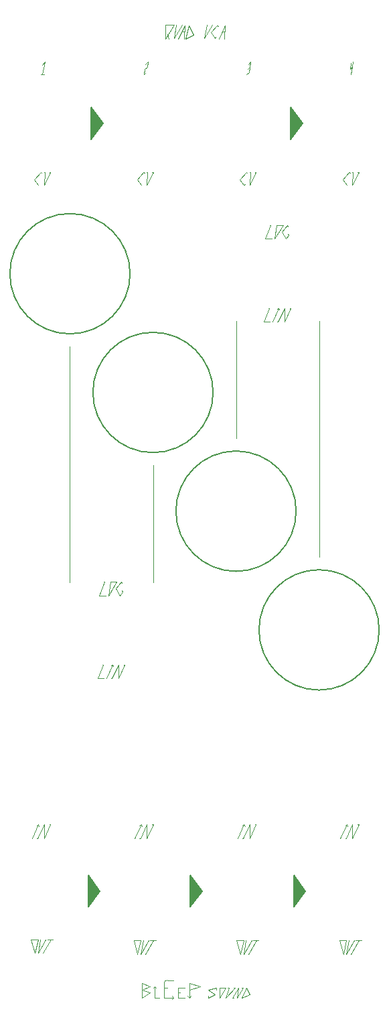
<source format=gto>
G04 #@! TF.GenerationSoftware,KiCad,Pcbnew,8.0.6-8.0.6-0~ubuntu22.04.1*
G04 #@! TF.CreationDate,2025-01-13T21:54:33+00:00*
G04 #@! TF.ProjectId,Basic_VCA,42617369-635f-4564-9341-2e6b69636164,rev?*
G04 #@! TF.SameCoordinates,Original*
G04 #@! TF.FileFunction,Legend,Top*
G04 #@! TF.FilePolarity,Positive*
%FSLAX46Y46*%
G04 Gerber Fmt 4.6, Leading zero omitted, Abs format (unit mm)*
G04 Created by KiCad (PCBNEW 8.0.6-8.0.6-0~ubuntu22.04.1) date 2025-01-13 21:54:33*
%MOMM*%
%LPD*%
G01*
G04 APERTURE LIST*
%ADD10C,0.120000*%
%ADD11C,0.150000*%
%ADD12O,6.700000X4.200000*%
%ADD13C,8.000000*%
G04 APERTURE END LIST*
D10*
X196100001Y-152050000D02*
X195100001Y-151650000D01*
X200900001Y-153250000D02*
X201100001Y-153450000D01*
X205700001Y-152250000D02*
X204900001Y-152250000D01*
X208300001Y-152250000D02*
X208700001Y-153050000D01*
X221800000Y-35200000D02*
X221700000Y-35800000D01*
D11*
X202700000Y-140000000D02*
X201200000Y-142000000D01*
X201200000Y-138000000D01*
X202700000Y-140000000D01*
G36*
X202700000Y-140000000D02*
G01*
X201200000Y-142000000D01*
X201200000Y-138000000D01*
X202700000Y-140000000D01*
G37*
D10*
X195250001Y-146250000D02*
X194950001Y-147950000D01*
X189700000Y-102650000D02*
X190500000Y-102650000D01*
X222500000Y-49200000D02*
X222400000Y-49200000D01*
X196500000Y-131600000D02*
X196400000Y-131600000D01*
X196500000Y-49200000D02*
X195700000Y-50800000D01*
X209500000Y-49200000D02*
X209400000Y-49200000D01*
X220900000Y-133300000D02*
X221700000Y-131600000D01*
X221000000Y-131600000D02*
X220800000Y-131700000D01*
X190400000Y-100950000D02*
X190300000Y-100950000D01*
X221700000Y-35800000D02*
X221500000Y-36800000D01*
X208450000Y-36150000D02*
X208750000Y-35850000D01*
X211200000Y-66350000D02*
X210500000Y-68050000D01*
X201100001Y-153450000D02*
X201100001Y-153250000D01*
X182300000Y-49200000D02*
X182400000Y-49300000D01*
X202500001Y-152050000D02*
X201100001Y-152450000D01*
X181900000Y-133300000D02*
X181800000Y-133300000D01*
X208250001Y-146250000D02*
X207950001Y-147950000D01*
X209150001Y-146250000D02*
X209850001Y-146250000D01*
X192500000Y-100950000D02*
X191800000Y-101750000D01*
X190600000Y-113100000D02*
X191400000Y-111400000D01*
X196550001Y-146250000D02*
X195550001Y-147950000D01*
X213900000Y-66350000D02*
X213800000Y-66350000D01*
X204625000Y-30600000D02*
X204725000Y-30700000D01*
X182300000Y-36800000D02*
X182700000Y-36800000D01*
X205600000Y-30600000D02*
X205500000Y-32300000D01*
D11*
X189800001Y-140000000D02*
X188300001Y-142000000D01*
X188300001Y-138000000D01*
X189800001Y-140000000D01*
G36*
X189800001Y-140000000D02*
G01*
X188300001Y-142000000D01*
X188300001Y-138000000D01*
X189800001Y-140000000D01*
G37*
D10*
X208550000Y-35550000D02*
X208850000Y-35250000D01*
X200500000Y-30600000D02*
X200400000Y-32300000D01*
X195300000Y-49200000D02*
X194500000Y-50100000D01*
X207300001Y-152250000D02*
X206500001Y-153450000D01*
X198300001Y-151250000D02*
X199100001Y-151250000D01*
X211400000Y-55900000D02*
X211300000Y-55900000D01*
X207900001Y-152250000D02*
X207700001Y-152250000D01*
X190200000Y-111400000D02*
X189500000Y-113100000D01*
X199150000Y-32250000D02*
X200150000Y-30550000D01*
X208800000Y-49200000D02*
X208700000Y-50800000D01*
X182250001Y-146150000D02*
X181950001Y-147850000D01*
X204325000Y-32250000D02*
X204425000Y-32100000D01*
X183500000Y-49200000D02*
X183400000Y-49200000D01*
X213550000Y-57000000D02*
X213650000Y-57100000D01*
X208800000Y-49200000D02*
X208700000Y-49200000D01*
X207100001Y-153450000D02*
X207900001Y-152250000D01*
X196700001Y-153450000D02*
X197300001Y-153450000D01*
X213300000Y-57600000D02*
X213650000Y-57100000D01*
X212925000Y-55900000D02*
X211875000Y-57600000D01*
X181900000Y-133300000D02*
X182700000Y-131600000D01*
X208700000Y-131600000D02*
X208700000Y-133300000D01*
X200500000Y-30600000D02*
X199700000Y-32300000D01*
X221300000Y-49200000D02*
X221400000Y-49300000D01*
D11*
X193600000Y-62000000D02*
G75*
G02*
X178400000Y-62000000I-7600000J0D01*
G01*
X178400000Y-62000000D02*
G75*
G02*
X193600000Y-62000000I7600000J0D01*
G01*
D10*
X199700001Y-152250000D02*
X200500001Y-152250000D01*
X194200000Y-133300000D02*
X195000000Y-131600000D01*
X208300001Y-152250000D02*
X207700001Y-153450000D01*
X191400000Y-111400000D02*
X191500000Y-111600000D01*
X192900000Y-111400000D02*
X192800000Y-111400000D01*
X192550000Y-102050000D02*
X192650000Y-102150000D01*
X195850000Y-35250000D02*
X195750000Y-35850000D01*
X201000000Y-30600000D02*
X200600000Y-32300000D01*
X212300000Y-68050000D02*
X212200000Y-68050000D01*
X195800000Y-49200000D02*
X195700000Y-50800000D01*
X208300000Y-49200000D02*
X207500000Y-50100000D01*
D11*
X215800001Y-140000000D02*
X214300001Y-142000000D01*
X214300001Y-138000000D01*
X215800001Y-140000000D01*
G36*
X215800001Y-140000000D02*
G01*
X214300001Y-142000000D01*
X214300001Y-138000000D01*
X215800001Y-140000000D01*
G37*
D10*
X195450000Y-36150000D02*
X195750000Y-35850000D01*
X208700000Y-133300000D02*
X209500000Y-131600000D01*
X220500000Y-50100000D02*
X221000000Y-50800000D01*
X191925000Y-100950000D02*
X190875000Y-102650000D01*
X196700001Y-152050000D02*
X196700001Y-153450000D01*
X182700000Y-133300000D02*
X183500000Y-131600000D01*
X221500000Y-35400000D02*
X221400000Y-36100000D01*
X194550001Y-147950000D02*
X194050001Y-146250000D01*
X197900001Y-151650000D02*
X197900001Y-153450000D01*
X183500000Y-49200000D02*
X182700000Y-50800000D01*
X195000000Y-131600000D02*
X194800000Y-131700000D01*
X205700001Y-153450000D02*
X206900001Y-152250000D01*
X217500000Y-97800000D02*
X217500000Y-68000000D01*
X203500001Y-152450000D02*
X204300001Y-153050000D01*
X208000000Y-131600000D02*
X208100000Y-131800000D01*
X221400000Y-36100000D02*
X221700000Y-35800000D01*
X191125000Y-100950000D02*
X191925000Y-100950000D01*
X182000000Y-131600000D02*
X181800000Y-131700000D01*
X199150000Y-30550000D02*
X198100000Y-32300000D01*
X192100000Y-113100000D02*
X192900000Y-111400000D01*
X206500001Y-153450000D02*
X206700001Y-153450000D01*
X181500000Y-50100000D02*
X182000000Y-50800000D01*
X192300000Y-102650000D02*
X192650000Y-102150000D01*
X206900001Y-152250000D02*
X206700001Y-152250000D01*
X208750000Y-35850000D02*
X208650000Y-36550000D01*
X201100001Y-153450000D02*
X201300001Y-153250000D01*
X207900000Y-133300000D02*
X208700000Y-131600000D01*
X181200000Y-133300000D02*
X182000000Y-131600000D01*
X191300000Y-113100000D02*
X192100000Y-111400000D01*
X222500000Y-49200000D02*
X221700000Y-50800000D01*
X183150001Y-146150000D02*
X183850001Y-146150000D01*
X195550000Y-35550000D02*
X195850000Y-35250000D01*
X198300000Y-31700000D02*
X198500000Y-32300000D01*
X212800000Y-56700000D02*
X213300000Y-57600000D01*
X190875000Y-102650000D02*
X191125000Y-100950000D01*
X182800000Y-49200000D02*
X182700000Y-50800000D01*
X209500000Y-131600000D02*
X209400000Y-131600000D01*
X221800000Y-49200000D02*
X221700000Y-50800000D01*
X194050001Y-146250000D02*
X194950001Y-146250000D01*
X208650000Y-36550000D02*
X208350000Y-36850000D01*
X221800000Y-49200000D02*
X221700000Y-49200000D01*
X220550001Y-147950000D02*
X220050001Y-146250000D01*
X196700001Y-152050000D02*
X196900001Y-152250000D01*
X195100001Y-151650000D02*
X195100001Y-153450000D01*
X195100001Y-153450000D02*
X196100001Y-152850000D01*
X208300000Y-49200000D02*
X208400000Y-49300000D01*
X210500000Y-68050000D02*
X211300000Y-68050000D01*
X210700000Y-57600000D02*
X211500000Y-57600000D01*
X207900000Y-133300000D02*
X207800000Y-133300000D01*
D11*
X190200000Y-43000000D02*
X188700000Y-45000000D01*
X188700000Y-41000000D01*
X190200000Y-43000000D01*
G36*
X190200000Y-43000000D02*
G01*
X188700000Y-45000000D01*
X188700000Y-41000000D01*
X190200000Y-43000000D01*
G37*
D10*
X213500000Y-55900000D02*
X212800000Y-56700000D01*
X195800000Y-49200000D02*
X195700000Y-49200000D01*
X182000000Y-50800000D02*
X182100000Y-50700000D01*
X196500000Y-49200000D02*
X196400000Y-49200000D01*
X197900001Y-151650000D02*
G75*
G02*
X198300001Y-151250001I399999J0D01*
G01*
X221000000Y-50800000D02*
X221100000Y-50700000D01*
X183550001Y-146150000D02*
X182550001Y-147850000D01*
X199700001Y-153450000D02*
X200500001Y-153450000D01*
X211400000Y-55900000D02*
X210700000Y-57600000D01*
X194500000Y-50100000D02*
X195000000Y-50800000D01*
X182700000Y-131600000D02*
X182700000Y-133300000D01*
X203500001Y-153450000D02*
X203500001Y-153250000D01*
D11*
X225100000Y-107000000D02*
G75*
G02*
X209900000Y-107000000I-7600000J0D01*
G01*
X209900000Y-107000000D02*
G75*
G02*
X225100000Y-107000000I7600000J0D01*
G01*
D10*
X213100000Y-68050000D02*
X213900000Y-66350000D01*
X212400000Y-66350000D02*
X212200000Y-66450000D01*
X206100001Y-152250000D02*
X205900001Y-152250000D01*
X194900000Y-133300000D02*
X195700000Y-131600000D01*
X199700001Y-152250000D02*
X199700001Y-153450000D01*
X181050001Y-146150000D02*
X181950001Y-146150000D01*
X197900001Y-153450000D02*
X199100001Y-153450000D01*
X191300000Y-113100000D02*
X191200000Y-113100000D01*
X221700000Y-133300000D02*
X222500000Y-131600000D01*
X201600000Y-31800000D02*
X201000000Y-30600000D01*
X204300001Y-153050000D02*
X203500001Y-153450000D01*
X195700000Y-133300000D02*
X196500000Y-131600000D01*
X213500000Y-55900000D02*
X213600000Y-56000000D01*
X196700001Y-152050000D02*
X196500001Y-152250000D01*
X211875000Y-57600000D02*
X212125000Y-55900000D01*
D11*
X204100000Y-77000000D02*
G75*
G02*
X188900000Y-77000000I-7600000J0D01*
G01*
X188900000Y-77000000D02*
G75*
G02*
X204100000Y-77000000I7600000J0D01*
G01*
D10*
X201100001Y-151650000D02*
X201100001Y-153450000D01*
X182300000Y-49200000D02*
X181500000Y-50100000D01*
X204625000Y-30600000D02*
X203825000Y-31500000D01*
X195700000Y-131600000D02*
X195700000Y-133300000D01*
X212400000Y-66350000D02*
X212500000Y-66550000D01*
X199700001Y-152850000D02*
X199900001Y-152850000D01*
X204900001Y-152250000D02*
X204900001Y-153450000D01*
X192100000Y-111400000D02*
X192100000Y-113100000D01*
X183500000Y-131600000D02*
X183400000Y-131600000D01*
X211200000Y-66350000D02*
X211100000Y-66350000D01*
X207200000Y-133300000D02*
X208000000Y-131600000D01*
X196150001Y-146250000D02*
X196850001Y-146250000D01*
X195000000Y-50800000D02*
X195100000Y-50700000D01*
X220950001Y-146250000D02*
X220550001Y-147950000D01*
X201100001Y-151650000D02*
X202500001Y-152050000D01*
X213100000Y-66350000D02*
X213100000Y-68050000D01*
D11*
X215400000Y-43000000D02*
X213900000Y-45000000D01*
X213900000Y-41000000D01*
X215400000Y-43000000D01*
G36*
X215400000Y-43000000D02*
G01*
X213900000Y-45000000D01*
X213900000Y-41000000D01*
X215400000Y-43000000D01*
G37*
D10*
X211600000Y-68050000D02*
X212400000Y-66350000D01*
X207950001Y-147950000D02*
X208950001Y-146250000D01*
X205500000Y-31400000D02*
X205300000Y-31400000D01*
X222500000Y-131600000D02*
X222400000Y-131600000D01*
X195000000Y-131600000D02*
X195100000Y-131800000D01*
X199450000Y-30550000D02*
X199150000Y-32250000D01*
X204500001Y-152250000D02*
X203500001Y-152450000D01*
X209500000Y-49200000D02*
X208700000Y-50800000D01*
X194950001Y-146250000D02*
X194550001Y-147950000D01*
X202975000Y-32250000D02*
X203975000Y-30550000D01*
X204500001Y-152250000D02*
X204500001Y-152450000D01*
X208850000Y-35250000D02*
X208750000Y-35850000D01*
X212300000Y-68050000D02*
X213100000Y-66350000D01*
X220200000Y-133300000D02*
X221000000Y-131600000D01*
X200600000Y-32300000D02*
X201600000Y-31800000D01*
D11*
X214600000Y-92000000D02*
G75*
G02*
X199400000Y-92000000I-7600000J0D01*
G01*
X199400000Y-92000000D02*
G75*
G02*
X214600000Y-92000000I7600000J0D01*
G01*
D10*
X208000000Y-131600000D02*
X207800000Y-131700000D01*
X221000000Y-131600000D02*
X221100000Y-131800000D01*
X222550001Y-146250000D02*
X221550001Y-147950000D01*
X207550001Y-147950000D02*
X207050001Y-146250000D01*
X208000000Y-50800000D02*
X208100000Y-50700000D01*
X182000000Y-131600000D02*
X182100000Y-131800000D01*
X195300000Y-49200000D02*
X195400000Y-49300000D01*
X198100000Y-30550000D02*
X199150000Y-30550000D01*
X212125000Y-55900000D02*
X212925000Y-55900000D01*
X206100001Y-152250000D02*
X205700001Y-153450000D01*
X207050001Y-146250000D02*
X207950001Y-146250000D01*
X198100000Y-32300000D02*
X198100000Y-30550000D01*
X207500000Y-50100000D02*
X208000000Y-50800000D01*
X199100001Y-153450000D02*
X198900001Y-153250000D01*
X182800000Y-49200000D02*
X182700000Y-49200000D01*
X196100001Y-152850000D02*
X195100001Y-152450000D01*
X190200000Y-111400000D02*
X190100000Y-111400000D01*
X191400000Y-111400000D02*
X191200000Y-111500000D01*
X207000000Y-82800000D02*
X207000000Y-68000000D01*
X194950001Y-147950000D02*
X195950001Y-146250000D01*
X181950001Y-147850000D02*
X182950001Y-146150000D01*
X191800000Y-101750000D02*
X192300000Y-102650000D01*
X199100001Y-153450000D02*
X198900001Y-153650000D01*
X186000000Y-101000000D02*
X186000000Y-71200000D01*
X220900000Y-133300000D02*
X220800000Y-133300000D01*
X189500000Y-113100000D02*
X190300000Y-113100000D01*
X200400000Y-31400000D02*
X200200000Y-31400000D01*
X197900001Y-152250000D02*
X198300001Y-152250000D01*
X207700001Y-153450000D02*
X208700001Y-153050000D01*
X195450000Y-36150000D02*
X195350000Y-36850000D01*
X221700000Y-131600000D02*
X221700000Y-133300000D01*
X207300001Y-152250000D02*
X207100001Y-153450000D01*
X196500000Y-101000000D02*
X196500000Y-86200000D01*
X205600000Y-30600000D02*
X204800000Y-32300000D01*
X220950001Y-147950000D02*
X221950001Y-146250000D01*
X190400000Y-100950000D02*
X189700000Y-102650000D01*
X181950001Y-146150000D02*
X181550001Y-147850000D01*
X195650000Y-36550000D02*
X195350000Y-36850000D01*
X221300000Y-49200000D02*
X220500000Y-50100000D01*
X207950001Y-146250000D02*
X207550001Y-147950000D01*
X181550001Y-147850000D02*
X181050001Y-146150000D01*
X222150001Y-146250000D02*
X222850001Y-146250000D01*
X220050001Y-146250000D02*
X220950001Y-146250000D01*
X195100001Y-152450000D02*
X196100001Y-152050000D01*
X203825000Y-31500000D02*
X204325000Y-32250000D01*
X182500000Y-35600000D02*
X182800000Y-35200000D01*
X194900000Y-133300000D02*
X194800000Y-133300000D01*
X192500000Y-100950000D02*
X192600000Y-101050000D01*
X203275000Y-30550000D02*
X202975000Y-32250000D01*
X204900001Y-153450000D02*
X205700001Y-152250000D01*
X221250001Y-146250000D02*
X220950001Y-147950000D01*
X209550001Y-146250000D02*
X208550001Y-147950000D01*
X182800000Y-35200000D02*
X182500000Y-36800000D01*
%LPC*%
D12*
X184500000Y-30500000D03*
X219500000Y-30500000D03*
X219500000Y-153000000D03*
X184500000Y-153000000D03*
D13*
X208500001Y-140000000D03*
X207000000Y-92000000D03*
X186000000Y-107000000D03*
X182500000Y-43000000D03*
X195500000Y-43000000D03*
X217500000Y-107000000D03*
X196500000Y-77000000D03*
X195500000Y-140000000D03*
X207000000Y-62000000D03*
X221500001Y-43000000D03*
X208500001Y-43000000D03*
X182500000Y-140000000D03*
X186000000Y-62000000D03*
X182499999Y-125400000D03*
X221500000Y-125400000D03*
X221500001Y-140000000D03*
X217500000Y-62000000D03*
X196500000Y-107000000D03*
X208500000Y-125400000D03*
X195499999Y-125400000D03*
%LPD*%
M02*

</source>
